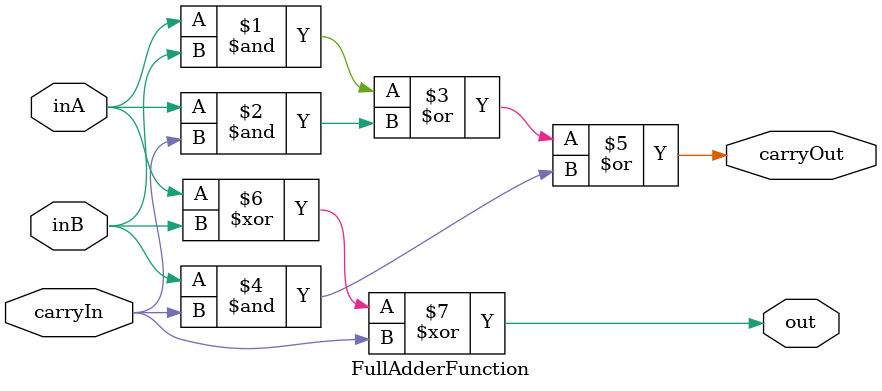
<source format=v>
module test;
   reg [0:0] inA, inB, carryIn;
   wire [0:0] out, carryOut;
   initial begin
      $dumpfile("simfulladd.vcd");
      $dumpvars;
      $monitor ("%t  %b + %b + %b = %b %b", $time, inA, inB, carryIn, carryOut, out);
          inA <= 0; inB <= 0; carryIn <= 0;
      #40 inA <= 0; inB <= 0; carryIn <= 1;
      #40 inA <= 0; inB <= 1; carryIn <= 0;
      #40 inA <= 1; inB <= 0; carryIn <= 0;
      #40 inA <= 0; inB <= 1; carryIn <= 1;
      #40 inA <= 1; inB <= 0; carryIn <= 1;
      #40 inA <= 1; inB <= 1; carryIn <= 0;
      #40 inA <= 1; inB <= 1; carryIn <= 1;
      #40 $finish;
   end
   FullAdderFunction adder(inA, inB, carryIn, carryOut, out);
endmodule

module FullAdderFunction(inA, inB, carryIn, carryOut, out);
    output out, carryOut;
    input inA, inB, carryIn;

    assign carryOut = (inA & inB) | (inA & carryIn) | (inB & carryIn);
    assign out = inA ^ inB ^ carryIn;
endmodule

</source>
